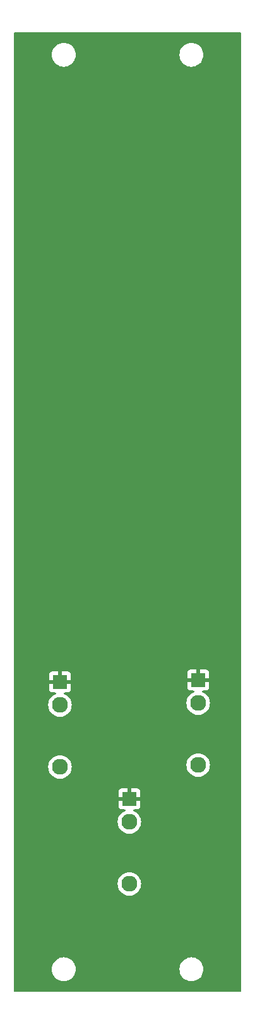
<source format=gbr>
%TF.GenerationSoftware,KiCad,Pcbnew,7.0.1*%
%TF.CreationDate,2023-04-03T10:55:15-07:00*%
%TF.ProjectId,transistor_vca,7472616e-7369-4737-946f-725f7663612e,rev?*%
%TF.SameCoordinates,Original*%
%TF.FileFunction,Copper,L2,Bot*%
%TF.FilePolarity,Positive*%
%FSLAX46Y46*%
G04 Gerber Fmt 4.6, Leading zero omitted, Abs format (unit mm)*
G04 Created by KiCad (PCBNEW 7.0.1) date 2023-04-03 10:55:15*
%MOMM*%
%LPD*%
G01*
G04 APERTURE LIST*
%TA.AperFunction,ComponentPad*%
%ADD10R,1.930000X1.830000*%
%TD*%
%TA.AperFunction,ComponentPad*%
%ADD11C,2.130000*%
%TD*%
G04 APERTURE END LIST*
D10*
%TO.P,JCV1,S*%
%TO.N,GND*%
X35473171Y-122663791D03*
D11*
%TO.P,JCV1,T*%
%TO.N,Net-(JCV1-PadT)*%
X35473171Y-134063791D03*
%TO.P,JCV1,TN*%
%TO.N,unconnected-(JCV1-PadTN)*%
X35473171Y-125763791D03*
%TD*%
D10*
%TO.P,JOUT1,S*%
%TO.N,GND*%
X44704000Y-106742000D03*
D11*
%TO.P,JOUT1,T*%
%TO.N,Net-(JOUT1-PadT)*%
X44704000Y-118142000D03*
%TO.P,JOUT1,TN*%
%TO.N,unconnected-(JOUT1-PadTN)*%
X44704000Y-109842000D03*
%TD*%
D10*
%TO.P,JIN1,S*%
%TO.N,GND*%
X26162000Y-106996000D03*
D11*
%TO.P,JIN1,T*%
%TO.N,Net-(JIN1-PadT)*%
X26162000Y-118396000D03*
%TO.P,JIN1,TN*%
%TO.N,unconnected-(JIN1-PadTN)*%
X26162000Y-110096000D03*
%TD*%
%TA.AperFunction,Conductor*%
%TO.N,GND*%
G36*
X50417500Y-20017113D02*
G01*
X50462887Y-20062500D01*
X50479500Y-20124500D01*
X50479500Y-148375500D01*
X50462887Y-148437500D01*
X50417500Y-148482887D01*
X50355500Y-148499500D01*
X20124500Y-148499500D01*
X20062500Y-148482887D01*
X20017113Y-148437500D01*
X20000500Y-148375500D01*
X20000500Y-145500000D01*
X25074551Y-145500000D01*
X25094317Y-145751149D01*
X25153126Y-145996110D01*
X25156100Y-146003289D01*
X25249534Y-146228859D01*
X25381164Y-146443659D01*
X25544776Y-146635224D01*
X25736341Y-146798836D01*
X25951141Y-146930466D01*
X26183889Y-147026873D01*
X26428852Y-147085683D01*
X26680000Y-147105449D01*
X26931148Y-147085683D01*
X27176111Y-147026873D01*
X27408859Y-146930466D01*
X27623659Y-146798836D01*
X27815224Y-146635224D01*
X27978836Y-146443659D01*
X28110466Y-146228859D01*
X28206873Y-145996111D01*
X28265683Y-145751148D01*
X28285449Y-145500000D01*
X42194551Y-145500000D01*
X42214317Y-145751149D01*
X42273126Y-145996110D01*
X42276100Y-146003289D01*
X42369534Y-146228859D01*
X42501164Y-146443659D01*
X42664776Y-146635224D01*
X42856341Y-146798836D01*
X43071141Y-146930466D01*
X43303889Y-147026873D01*
X43548852Y-147085683D01*
X43800000Y-147105449D01*
X44051148Y-147085683D01*
X44296111Y-147026873D01*
X44528859Y-146930466D01*
X44743659Y-146798836D01*
X44935224Y-146635224D01*
X45098836Y-146443659D01*
X45230466Y-146228859D01*
X45326873Y-145996111D01*
X45385683Y-145751148D01*
X45405449Y-145500000D01*
X45385683Y-145248852D01*
X45326873Y-145003889D01*
X45230466Y-144771141D01*
X45098836Y-144556341D01*
X44935224Y-144364776D01*
X44743659Y-144201164D01*
X44528859Y-144069534D01*
X44412485Y-144021330D01*
X44296110Y-143973126D01*
X44051149Y-143914317D01*
X43800000Y-143894551D01*
X43548850Y-143914317D01*
X43303889Y-143973126D01*
X43071139Y-144069535D01*
X42856342Y-144201163D01*
X42664776Y-144364776D01*
X42501163Y-144556342D01*
X42369535Y-144771139D01*
X42273126Y-145003889D01*
X42214317Y-145248850D01*
X42194551Y-145500000D01*
X28285449Y-145500000D01*
X28265683Y-145248852D01*
X28206873Y-145003889D01*
X28110466Y-144771141D01*
X27978836Y-144556341D01*
X27815224Y-144364776D01*
X27623659Y-144201164D01*
X27408859Y-144069534D01*
X27292485Y-144021330D01*
X27176110Y-143973126D01*
X26931149Y-143914317D01*
X26680000Y-143894551D01*
X26428850Y-143914317D01*
X26183889Y-143973126D01*
X25951139Y-144069535D01*
X25736342Y-144201163D01*
X25544776Y-144364776D01*
X25381163Y-144556342D01*
X25249535Y-144771139D01*
X25153126Y-145003889D01*
X25094317Y-145248850D01*
X25074551Y-145500000D01*
X20000500Y-145500000D01*
X20000500Y-138000000D01*
X21499459Y-138000000D01*
X21499617Y-138000383D01*
X21499759Y-138000441D01*
X21499900Y-138000500D01*
X21499901Y-138000500D01*
X24500099Y-138000500D01*
X24500100Y-138000500D01*
X24500193Y-138000460D01*
X24500383Y-138000383D01*
X24500541Y-138000000D01*
X26499459Y-138000000D01*
X26499617Y-138000383D01*
X26499759Y-138000441D01*
X26499900Y-138000500D01*
X26499901Y-138000500D01*
X29500099Y-138000500D01*
X29500100Y-138000500D01*
X29500193Y-138000460D01*
X29500383Y-138000383D01*
X29500541Y-138000000D01*
X31499459Y-138000000D01*
X31499617Y-138000383D01*
X31499759Y-138000441D01*
X31499900Y-138000500D01*
X31499901Y-138000500D01*
X34500099Y-138000500D01*
X34500100Y-138000500D01*
X34500193Y-138000460D01*
X34500383Y-138000383D01*
X34500541Y-138000000D01*
X36499459Y-138000000D01*
X36499617Y-138000383D01*
X36499759Y-138000441D01*
X36499900Y-138000500D01*
X36499901Y-138000500D01*
X39500099Y-138000500D01*
X39500100Y-138000500D01*
X39500193Y-138000460D01*
X39500383Y-138000383D01*
X39500541Y-138000000D01*
X41499459Y-138000000D01*
X41499617Y-138000383D01*
X41499759Y-138000441D01*
X41499900Y-138000500D01*
X41499901Y-138000500D01*
X44500099Y-138000500D01*
X44500100Y-138000500D01*
X44500193Y-138000460D01*
X44500383Y-138000383D01*
X44500541Y-138000000D01*
X46499459Y-138000000D01*
X46499617Y-138000383D01*
X46499759Y-138000441D01*
X46499900Y-138000500D01*
X46499901Y-138000500D01*
X49500099Y-138000500D01*
X49500100Y-138000500D01*
X49500193Y-138000460D01*
X49500383Y-138000383D01*
X49500541Y-138000000D01*
X49500383Y-137999617D01*
X49500381Y-137999616D01*
X49500100Y-137999500D01*
X49500099Y-137999500D01*
X46499901Y-137999500D01*
X46499900Y-137999500D01*
X46499618Y-137999616D01*
X46499616Y-137999618D01*
X46499459Y-137999999D01*
X46499459Y-138000000D01*
X44500541Y-138000000D01*
X44500383Y-137999617D01*
X44500381Y-137999616D01*
X44500100Y-137999500D01*
X44500099Y-137999500D01*
X41499901Y-137999500D01*
X41499900Y-137999500D01*
X41499618Y-137999616D01*
X41499616Y-137999618D01*
X41499459Y-137999999D01*
X41499459Y-138000000D01*
X39500541Y-138000000D01*
X39500383Y-137999617D01*
X39500381Y-137999616D01*
X39500100Y-137999500D01*
X39500099Y-137999500D01*
X36499901Y-137999500D01*
X36499900Y-137999500D01*
X36499618Y-137999616D01*
X36499616Y-137999618D01*
X36499459Y-137999999D01*
X36499459Y-138000000D01*
X34500541Y-138000000D01*
X34500383Y-137999617D01*
X34500381Y-137999616D01*
X34500100Y-137999500D01*
X34500099Y-137999500D01*
X31499901Y-137999500D01*
X31499900Y-137999500D01*
X31499618Y-137999616D01*
X31499616Y-137999618D01*
X31499459Y-137999999D01*
X31499459Y-138000000D01*
X29500541Y-138000000D01*
X29500383Y-137999617D01*
X29500381Y-137999616D01*
X29500100Y-137999500D01*
X29500099Y-137999500D01*
X26499901Y-137999500D01*
X26499900Y-137999500D01*
X26499618Y-137999616D01*
X26499616Y-137999618D01*
X26499459Y-137999999D01*
X26499459Y-138000000D01*
X24500541Y-138000000D01*
X24500383Y-137999617D01*
X24500381Y-137999616D01*
X24500100Y-137999500D01*
X24500099Y-137999500D01*
X21499901Y-137999500D01*
X21499900Y-137999500D01*
X21499618Y-137999616D01*
X21499616Y-137999618D01*
X21499459Y-137999999D01*
X21499459Y-138000000D01*
X20000500Y-138000000D01*
X20000500Y-134063790D01*
X33902830Y-134063790D01*
X33922164Y-134309447D01*
X33979687Y-134549052D01*
X34026837Y-134662882D01*
X34073987Y-134776711D01*
X34202738Y-134986814D01*
X34362772Y-135174190D01*
X34550148Y-135334224D01*
X34760251Y-135462975D01*
X34987909Y-135557274D01*
X35227516Y-135614798D01*
X35473171Y-135634132D01*
X35718826Y-135614798D01*
X35958433Y-135557274D01*
X36186091Y-135462975D01*
X36396194Y-135334224D01*
X36583570Y-135174190D01*
X36743604Y-134986814D01*
X36872355Y-134776711D01*
X36966654Y-134549053D01*
X37024178Y-134309446D01*
X37043512Y-134063791D01*
X37024178Y-133818136D01*
X36966654Y-133578529D01*
X36872355Y-133350871D01*
X36743604Y-133140768D01*
X36583570Y-132953392D01*
X36396194Y-132793358D01*
X36186091Y-132664607D01*
X36072262Y-132617457D01*
X35958432Y-132570307D01*
X35718827Y-132512784D01*
X35473171Y-132493450D01*
X35227514Y-132512784D01*
X34987909Y-132570307D01*
X34760249Y-132664608D01*
X34550149Y-132793357D01*
X34362772Y-132953392D01*
X34202737Y-133140769D01*
X34073988Y-133350869D01*
X33979687Y-133578529D01*
X33922164Y-133818134D01*
X33902830Y-134063790D01*
X20000500Y-134063790D01*
X20000500Y-125763790D01*
X33902830Y-125763790D01*
X33922164Y-126009447D01*
X33979687Y-126249052D01*
X34026837Y-126362882D01*
X34073987Y-126476711D01*
X34202738Y-126686814D01*
X34362772Y-126874190D01*
X34550148Y-127034224D01*
X34760251Y-127162975D01*
X34987909Y-127257274D01*
X35227516Y-127314798D01*
X35473171Y-127334132D01*
X35718826Y-127314798D01*
X35958433Y-127257274D01*
X36186091Y-127162975D01*
X36396194Y-127034224D01*
X36583570Y-126874190D01*
X36743604Y-126686814D01*
X36872355Y-126476711D01*
X36966654Y-126249053D01*
X37024178Y-126009446D01*
X37043512Y-125763791D01*
X37024178Y-125518136D01*
X36966654Y-125278529D01*
X36872355Y-125050871D01*
X36743604Y-124840768D01*
X36583570Y-124653392D01*
X36396194Y-124493358D01*
X36186091Y-124364607D01*
X36072006Y-124317351D01*
X36019142Y-124275676D01*
X35995842Y-124212520D01*
X36008975Y-124146496D01*
X36054670Y-124097064D01*
X36119460Y-124078791D01*
X36485995Y-124078791D01*
X36545546Y-124072388D01*
X36680260Y-124022143D01*
X36795359Y-123935979D01*
X36881523Y-123820880D01*
X36931768Y-123686166D01*
X36938171Y-123626615D01*
X36938171Y-122913791D01*
X34008171Y-122913791D01*
X34008171Y-123626615D01*
X34014573Y-123686166D01*
X34064818Y-123820880D01*
X34150982Y-123935979D01*
X34266081Y-124022143D01*
X34400795Y-124072388D01*
X34460347Y-124078791D01*
X34826882Y-124078791D01*
X34891672Y-124097064D01*
X34937367Y-124146496D01*
X34950500Y-124212520D01*
X34927200Y-124275676D01*
X34874335Y-124317352D01*
X34760249Y-124364608D01*
X34550149Y-124493357D01*
X34362772Y-124653392D01*
X34202737Y-124840769D01*
X34073988Y-125050869D01*
X33979687Y-125278529D01*
X33922164Y-125518134D01*
X33902830Y-125763790D01*
X20000500Y-125763790D01*
X20000500Y-122413791D01*
X34008171Y-122413791D01*
X35223171Y-122413791D01*
X35223171Y-121248791D01*
X35723171Y-121248791D01*
X35723171Y-122413791D01*
X36938171Y-122413791D01*
X36938171Y-121700967D01*
X36931768Y-121641415D01*
X36881523Y-121506701D01*
X36795359Y-121391602D01*
X36680260Y-121305438D01*
X36545546Y-121255193D01*
X36485995Y-121248791D01*
X35723171Y-121248791D01*
X35223171Y-121248791D01*
X34460347Y-121248791D01*
X34400795Y-121255193D01*
X34266081Y-121305438D01*
X34150982Y-121391602D01*
X34064818Y-121506701D01*
X34014573Y-121641415D01*
X34008171Y-121700967D01*
X34008171Y-122413791D01*
X20000500Y-122413791D01*
X20000500Y-118396000D01*
X24591659Y-118396000D01*
X24610993Y-118641656D01*
X24668516Y-118881261D01*
X24715666Y-118995091D01*
X24762816Y-119108920D01*
X24891567Y-119319023D01*
X25051601Y-119506399D01*
X25238977Y-119666433D01*
X25449080Y-119795184D01*
X25676738Y-119889483D01*
X25916345Y-119947007D01*
X26162000Y-119966341D01*
X26407655Y-119947007D01*
X26647262Y-119889483D01*
X26874920Y-119795184D01*
X27085023Y-119666433D01*
X27272399Y-119506399D01*
X27432433Y-119319023D01*
X27561184Y-119108920D01*
X27655483Y-118881262D01*
X27713007Y-118641655D01*
X27732341Y-118396000D01*
X27713007Y-118150345D01*
X27711004Y-118142000D01*
X43133659Y-118142000D01*
X43152993Y-118387656D01*
X43210516Y-118627261D01*
X43216479Y-118641656D01*
X43304816Y-118854920D01*
X43433567Y-119065023D01*
X43593601Y-119252399D01*
X43780977Y-119412433D01*
X43991080Y-119541184D01*
X44218738Y-119635483D01*
X44458345Y-119693007D01*
X44704000Y-119712341D01*
X44949655Y-119693007D01*
X45189262Y-119635483D01*
X45416920Y-119541184D01*
X45627023Y-119412433D01*
X45814399Y-119252399D01*
X45974433Y-119065023D01*
X46103184Y-118854920D01*
X46197483Y-118627262D01*
X46255007Y-118387655D01*
X46274341Y-118142000D01*
X46255007Y-117896345D01*
X46197483Y-117656738D01*
X46103184Y-117429080D01*
X45974433Y-117218977D01*
X45814399Y-117031601D01*
X45627023Y-116871567D01*
X45416920Y-116742816D01*
X45303090Y-116695666D01*
X45189261Y-116648516D01*
X44949656Y-116590993D01*
X44704000Y-116571659D01*
X44458343Y-116590993D01*
X44218738Y-116648516D01*
X43991078Y-116742817D01*
X43780978Y-116871566D01*
X43593601Y-117031601D01*
X43433566Y-117218978D01*
X43304817Y-117429078D01*
X43210516Y-117656738D01*
X43152993Y-117896343D01*
X43133659Y-118142000D01*
X27711004Y-118142000D01*
X27655483Y-117910738D01*
X27561184Y-117683080D01*
X27432433Y-117472977D01*
X27272399Y-117285601D01*
X27085023Y-117125567D01*
X26874920Y-116996816D01*
X26761091Y-116949666D01*
X26647261Y-116902516D01*
X26407656Y-116844993D01*
X26162000Y-116825659D01*
X25916343Y-116844993D01*
X25676738Y-116902516D01*
X25449078Y-116996817D01*
X25238978Y-117125566D01*
X25051601Y-117285601D01*
X24891566Y-117472978D01*
X24762817Y-117683078D01*
X24668516Y-117910738D01*
X24610993Y-118150343D01*
X24591659Y-118396000D01*
X20000500Y-118396000D01*
X20000500Y-110095999D01*
X24591659Y-110095999D01*
X24610993Y-110341656D01*
X24668516Y-110581261D01*
X24715666Y-110695090D01*
X24762816Y-110808920D01*
X24891567Y-111019023D01*
X25051601Y-111206399D01*
X25238977Y-111366433D01*
X25449080Y-111495184D01*
X25676738Y-111589483D01*
X25916345Y-111647007D01*
X26162000Y-111666341D01*
X26407655Y-111647007D01*
X26647262Y-111589483D01*
X26874920Y-111495184D01*
X27085023Y-111366433D01*
X27272399Y-111206399D01*
X27432433Y-111019023D01*
X27561184Y-110808920D01*
X27655483Y-110581262D01*
X27713007Y-110341655D01*
X27732341Y-110096000D01*
X27713007Y-109850345D01*
X27711003Y-109841999D01*
X43133659Y-109841999D01*
X43152993Y-110087656D01*
X43210516Y-110327261D01*
X43216479Y-110341656D01*
X43304816Y-110554920D01*
X43433567Y-110765023D01*
X43593601Y-110952399D01*
X43780977Y-111112433D01*
X43991080Y-111241184D01*
X44218738Y-111335483D01*
X44458345Y-111393007D01*
X44704000Y-111412341D01*
X44949655Y-111393007D01*
X45189262Y-111335483D01*
X45416920Y-111241184D01*
X45627023Y-111112433D01*
X45814399Y-110952399D01*
X45974433Y-110765023D01*
X46103184Y-110554920D01*
X46197483Y-110327262D01*
X46255007Y-110087655D01*
X46274341Y-109842000D01*
X46255007Y-109596345D01*
X46197483Y-109356738D01*
X46103184Y-109129080D01*
X45974433Y-108918977D01*
X45814399Y-108731601D01*
X45627023Y-108571567D01*
X45416920Y-108442816D01*
X45302835Y-108395560D01*
X45249971Y-108353885D01*
X45226671Y-108290729D01*
X45239804Y-108224705D01*
X45285499Y-108175273D01*
X45350289Y-108157000D01*
X45716824Y-108157000D01*
X45776375Y-108150597D01*
X45911089Y-108100352D01*
X46026188Y-108014188D01*
X46112352Y-107899089D01*
X46162597Y-107764375D01*
X46169000Y-107704824D01*
X46169000Y-106992000D01*
X43239000Y-106992000D01*
X43239000Y-107704824D01*
X43245402Y-107764375D01*
X43295647Y-107899089D01*
X43381811Y-108014188D01*
X43496910Y-108100352D01*
X43631624Y-108150597D01*
X43691176Y-108157000D01*
X44057711Y-108157000D01*
X44122501Y-108175273D01*
X44168196Y-108224705D01*
X44181329Y-108290729D01*
X44158029Y-108353885D01*
X44105164Y-108395561D01*
X43991078Y-108442817D01*
X43780978Y-108571566D01*
X43593601Y-108731601D01*
X43433566Y-108918978D01*
X43304817Y-109129078D01*
X43210516Y-109356738D01*
X43152993Y-109596343D01*
X43133659Y-109841999D01*
X27711003Y-109841999D01*
X27655483Y-109610738D01*
X27561184Y-109383080D01*
X27432433Y-109172977D01*
X27272399Y-108985601D01*
X27085023Y-108825567D01*
X26874920Y-108696816D01*
X26760835Y-108649560D01*
X26707971Y-108607885D01*
X26684671Y-108544729D01*
X26697804Y-108478705D01*
X26743499Y-108429273D01*
X26808289Y-108411000D01*
X27174824Y-108411000D01*
X27234375Y-108404597D01*
X27369089Y-108354352D01*
X27484188Y-108268188D01*
X27570352Y-108153089D01*
X27620597Y-108018375D01*
X27627000Y-107958824D01*
X27627000Y-107246000D01*
X24697000Y-107246000D01*
X24697000Y-107958824D01*
X24703402Y-108018375D01*
X24753647Y-108153089D01*
X24839811Y-108268188D01*
X24954910Y-108354352D01*
X25089624Y-108404597D01*
X25149176Y-108411000D01*
X25515711Y-108411000D01*
X25580501Y-108429273D01*
X25626196Y-108478705D01*
X25639329Y-108544729D01*
X25616029Y-108607885D01*
X25563164Y-108649561D01*
X25449078Y-108696817D01*
X25238978Y-108825566D01*
X25051601Y-108985601D01*
X24891566Y-109172978D01*
X24762817Y-109383078D01*
X24668516Y-109610738D01*
X24610993Y-109850343D01*
X24591659Y-110095999D01*
X20000500Y-110095999D01*
X20000500Y-106746000D01*
X24697000Y-106746000D01*
X25912000Y-106746000D01*
X25912000Y-105581000D01*
X26412000Y-105581000D01*
X26412000Y-106746000D01*
X27627000Y-106746000D01*
X27627000Y-106492000D01*
X43239000Y-106492000D01*
X44454000Y-106492000D01*
X44454000Y-105327000D01*
X44954000Y-105327000D01*
X44954000Y-106492000D01*
X46169000Y-106492000D01*
X46169000Y-105779176D01*
X46162597Y-105719624D01*
X46112352Y-105584910D01*
X46026188Y-105469811D01*
X45911089Y-105383647D01*
X45776375Y-105333402D01*
X45716824Y-105327000D01*
X44954000Y-105327000D01*
X44454000Y-105327000D01*
X43691176Y-105327000D01*
X43631624Y-105333402D01*
X43496910Y-105383647D01*
X43381811Y-105469811D01*
X43295647Y-105584910D01*
X43245402Y-105719624D01*
X43239000Y-105779176D01*
X43239000Y-106492000D01*
X27627000Y-106492000D01*
X27627000Y-106033176D01*
X27620597Y-105973624D01*
X27570352Y-105838910D01*
X27484188Y-105723811D01*
X27369089Y-105637647D01*
X27234375Y-105587402D01*
X27174824Y-105581000D01*
X26412000Y-105581000D01*
X25912000Y-105581000D01*
X25149176Y-105581000D01*
X25089624Y-105587402D01*
X24954910Y-105637647D01*
X24839811Y-105723811D01*
X24753647Y-105838910D01*
X24703402Y-105973624D01*
X24697000Y-106033176D01*
X24697000Y-106746000D01*
X20000500Y-106746000D01*
X20000500Y-29000000D01*
X21499459Y-29000000D01*
X21499617Y-29000383D01*
X21499758Y-29000441D01*
X21499900Y-29000500D01*
X21499901Y-29000500D01*
X24500099Y-29000500D01*
X24500100Y-29000500D01*
X24500193Y-29000460D01*
X24500383Y-29000383D01*
X24500541Y-29000000D01*
X26499459Y-29000000D01*
X26499617Y-29000383D01*
X26499758Y-29000441D01*
X26499900Y-29000500D01*
X26499901Y-29000500D01*
X29500099Y-29000500D01*
X29500100Y-29000500D01*
X29500193Y-29000460D01*
X29500383Y-29000383D01*
X29500541Y-29000000D01*
X31499459Y-29000000D01*
X31499617Y-29000383D01*
X31499758Y-29000441D01*
X31499900Y-29000500D01*
X31499901Y-29000500D01*
X34500099Y-29000500D01*
X34500100Y-29000500D01*
X34500193Y-29000460D01*
X34500383Y-29000383D01*
X34500541Y-29000000D01*
X36499459Y-29000000D01*
X36499617Y-29000383D01*
X36499758Y-29000441D01*
X36499900Y-29000500D01*
X36499901Y-29000500D01*
X39500099Y-29000500D01*
X39500100Y-29000500D01*
X39500193Y-29000460D01*
X39500383Y-29000383D01*
X39500541Y-29000000D01*
X41499459Y-29000000D01*
X41499617Y-29000383D01*
X41499758Y-29000441D01*
X41499900Y-29000500D01*
X41499901Y-29000500D01*
X44500099Y-29000500D01*
X44500100Y-29000500D01*
X44500193Y-29000460D01*
X44500383Y-29000383D01*
X44500541Y-29000000D01*
X46499459Y-29000000D01*
X46499617Y-29000383D01*
X46499758Y-29000441D01*
X46499900Y-29000500D01*
X46499901Y-29000500D01*
X49500099Y-29000500D01*
X49500100Y-29000500D01*
X49500193Y-29000460D01*
X49500383Y-29000383D01*
X49500541Y-29000000D01*
X49500383Y-28999617D01*
X49500381Y-28999616D01*
X49500100Y-28999500D01*
X49500099Y-28999500D01*
X46499901Y-28999500D01*
X46499900Y-28999500D01*
X46499618Y-28999616D01*
X46499616Y-28999618D01*
X46499459Y-28999999D01*
X46499459Y-29000000D01*
X44500541Y-29000000D01*
X44500383Y-28999617D01*
X44500381Y-28999616D01*
X44500100Y-28999500D01*
X44500099Y-28999500D01*
X41499901Y-28999500D01*
X41499900Y-28999500D01*
X41499618Y-28999616D01*
X41499616Y-28999618D01*
X41499459Y-28999999D01*
X41499459Y-29000000D01*
X39500541Y-29000000D01*
X39500383Y-28999617D01*
X39500381Y-28999616D01*
X39500100Y-28999500D01*
X39500099Y-28999500D01*
X36499901Y-28999500D01*
X36499900Y-28999500D01*
X36499618Y-28999616D01*
X36499616Y-28999618D01*
X36499459Y-28999999D01*
X36499459Y-29000000D01*
X34500541Y-29000000D01*
X34500383Y-28999617D01*
X34500381Y-28999616D01*
X34500100Y-28999500D01*
X34500099Y-28999500D01*
X31499901Y-28999500D01*
X31499900Y-28999500D01*
X31499618Y-28999616D01*
X31499616Y-28999618D01*
X31499459Y-28999999D01*
X31499459Y-29000000D01*
X29500541Y-29000000D01*
X29500383Y-28999617D01*
X29500381Y-28999616D01*
X29500100Y-28999500D01*
X29500099Y-28999500D01*
X26499901Y-28999500D01*
X26499900Y-28999500D01*
X26499618Y-28999616D01*
X26499616Y-28999618D01*
X26499459Y-28999999D01*
X26499459Y-29000000D01*
X24500541Y-29000000D01*
X24500383Y-28999617D01*
X24500381Y-28999616D01*
X24500100Y-28999500D01*
X24500099Y-28999500D01*
X21499901Y-28999500D01*
X21499900Y-28999500D01*
X21499618Y-28999616D01*
X21499616Y-28999618D01*
X21499459Y-28999999D01*
X21499459Y-29000000D01*
X20000500Y-29000000D01*
X20000500Y-23000000D01*
X25074551Y-23000000D01*
X25094317Y-23251149D01*
X25153126Y-23496110D01*
X25156100Y-23503289D01*
X25249534Y-23728859D01*
X25381164Y-23943659D01*
X25544776Y-24135224D01*
X25736341Y-24298836D01*
X25951141Y-24430466D01*
X26183889Y-24526873D01*
X26428852Y-24585683D01*
X26680000Y-24605449D01*
X26931148Y-24585683D01*
X27176111Y-24526873D01*
X27408859Y-24430466D01*
X27623659Y-24298836D01*
X27815224Y-24135224D01*
X27978836Y-23943659D01*
X28110466Y-23728859D01*
X28206873Y-23496111D01*
X28265683Y-23251148D01*
X28285449Y-23000000D01*
X28285449Y-22999999D01*
X42194551Y-22999999D01*
X42214317Y-23251149D01*
X42273126Y-23496110D01*
X42276100Y-23503289D01*
X42369534Y-23728859D01*
X42501164Y-23943659D01*
X42664776Y-24135224D01*
X42856341Y-24298836D01*
X43071141Y-24430466D01*
X43303889Y-24526873D01*
X43548852Y-24585683D01*
X43800000Y-24605449D01*
X44051148Y-24585683D01*
X44296111Y-24526873D01*
X44528859Y-24430466D01*
X44743659Y-24298836D01*
X44935224Y-24135224D01*
X45098836Y-23943659D01*
X45230466Y-23728859D01*
X45326873Y-23496111D01*
X45385683Y-23251148D01*
X45405449Y-23000000D01*
X45385683Y-22748852D01*
X45326873Y-22503889D01*
X45230466Y-22271141D01*
X45098836Y-22056341D01*
X44935224Y-21864776D01*
X44743659Y-21701164D01*
X44528859Y-21569534D01*
X44412484Y-21521330D01*
X44296110Y-21473126D01*
X44051149Y-21414317D01*
X43800000Y-21394551D01*
X43548850Y-21414317D01*
X43303889Y-21473126D01*
X43071139Y-21569535D01*
X42856342Y-21701163D01*
X42664776Y-21864776D01*
X42501163Y-22056342D01*
X42369535Y-22271139D01*
X42273126Y-22503889D01*
X42214317Y-22748850D01*
X42194551Y-22999999D01*
X28285449Y-22999999D01*
X28265683Y-22748852D01*
X28206873Y-22503889D01*
X28110466Y-22271141D01*
X27978836Y-22056341D01*
X27815224Y-21864776D01*
X27623659Y-21701164D01*
X27408859Y-21569534D01*
X27292484Y-21521330D01*
X27176110Y-21473126D01*
X26931149Y-21414317D01*
X26680000Y-21394551D01*
X26428850Y-21414317D01*
X26183889Y-21473126D01*
X25951139Y-21569535D01*
X25736342Y-21701163D01*
X25544776Y-21864776D01*
X25381163Y-22056342D01*
X25249535Y-22271139D01*
X25153126Y-22503889D01*
X25094317Y-22748850D01*
X25074551Y-23000000D01*
X20000500Y-23000000D01*
X20000500Y-20124500D01*
X20017113Y-20062500D01*
X20062500Y-20017113D01*
X20124500Y-20000500D01*
X50355500Y-20000500D01*
X50417500Y-20017113D01*
G37*
%TD.AperFunction*%
%TD*%
M02*

</source>
